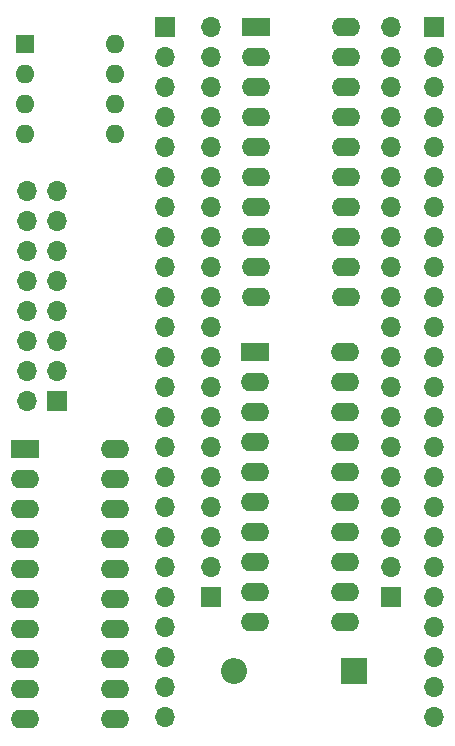
<source format=gbr>
%TF.GenerationSoftware,KiCad,Pcbnew,7.0.1*%
%TF.CreationDate,2023-05-30T14:24:39-07:00*%
%TF.ProjectId,tn_vdp_v1_fat,746e5f76-6470-45f7-9631-5f6661742e6b,rev?*%
%TF.SameCoordinates,Original*%
%TF.FileFunction,Soldermask,Top*%
%TF.FilePolarity,Negative*%
%FSLAX46Y46*%
G04 Gerber Fmt 4.6, Leading zero omitted, Abs format (unit mm)*
G04 Created by KiCad (PCBNEW 7.0.1) date 2023-05-30 14:24:39*
%MOMM*%
%LPD*%
G01*
G04 APERTURE LIST*
%ADD10R,2.400000X1.600000*%
%ADD11O,2.400000X1.600000*%
%ADD12R,1.700000X1.700000*%
%ADD13O,1.700000X1.700000*%
%ADD14R,1.600000X1.600000*%
%ADD15O,1.600000X1.600000*%
%ADD16R,2.200000X2.200000*%
%ADD17O,2.200000X2.200000*%
G04 APERTURE END LIST*
D10*
%TO.C,U3*%
X138811000Y-85852000D03*
D11*
X138811000Y-88392000D03*
X138811000Y-90932000D03*
X138811000Y-93472000D03*
X138811000Y-96012000D03*
X138811000Y-98552000D03*
X138811000Y-101092000D03*
X138811000Y-103632000D03*
X138811000Y-106172000D03*
X138811000Y-108712000D03*
X146431000Y-108712000D03*
X146431000Y-106172000D03*
X146431000Y-103632000D03*
X146431000Y-101092000D03*
X146431000Y-98552000D03*
X146431000Y-96012000D03*
X146431000Y-93472000D03*
X146431000Y-90932000D03*
X146431000Y-88392000D03*
X146431000Y-85852000D03*
%TD*%
D12*
%TO.C,J3*%
X150622000Y-50165000D03*
D13*
X150622000Y-52705000D03*
X150622000Y-55245000D03*
X150622000Y-57785000D03*
X150622000Y-60325000D03*
X150622000Y-62865000D03*
X150622000Y-65405000D03*
X150622000Y-67945000D03*
X150622000Y-70485000D03*
X150622000Y-73025000D03*
X150622000Y-75565000D03*
X150622000Y-78105000D03*
X150622000Y-80645000D03*
X150622000Y-83185000D03*
X150622000Y-85725000D03*
X150622000Y-88265000D03*
X150622000Y-90805000D03*
X150622000Y-93345000D03*
X150622000Y-95885000D03*
X150622000Y-98425000D03*
X150622000Y-100965000D03*
X150622000Y-103505000D03*
X150622000Y-106045000D03*
X150622000Y-108585000D03*
%TD*%
D14*
%TO.C,J5*%
X138811000Y-51562000D03*
D15*
X138811000Y-54102000D03*
X138811000Y-56642000D03*
X138811000Y-59182000D03*
X146431000Y-59182000D03*
X146431000Y-56642000D03*
X146431000Y-54102000D03*
X146431000Y-51562000D03*
%TD*%
D12*
%TO.C,J6*%
X141478000Y-81788000D03*
D13*
X138938000Y-81788000D03*
X141478000Y-79248000D03*
X138938000Y-79248000D03*
X141478000Y-76708000D03*
X138938000Y-76708000D03*
X141478000Y-74168000D03*
X138938000Y-74168000D03*
X141478000Y-71628000D03*
X138938000Y-71628000D03*
X141478000Y-69088000D03*
X138938000Y-69088000D03*
X141478000Y-66548000D03*
X138938000Y-66548000D03*
X141478000Y-64008000D03*
X138938000Y-64008000D03*
%TD*%
D12*
%TO.C,J4*%
X173438900Y-50165000D03*
D13*
X173438900Y-52705000D03*
X173438900Y-55245000D03*
X173438900Y-57785000D03*
X173438900Y-60325000D03*
X173438900Y-62865000D03*
X173438900Y-65405000D03*
X173438900Y-67945000D03*
X173438900Y-70485000D03*
X173438900Y-73025000D03*
X173438900Y-75565000D03*
X173438900Y-78105000D03*
X173438900Y-80645000D03*
X173438900Y-83185000D03*
X173438900Y-85725000D03*
X173438900Y-88265000D03*
X173438900Y-90805000D03*
X173438900Y-93345000D03*
X173438900Y-95885000D03*
X173438900Y-98425000D03*
X173438900Y-100965000D03*
X173438900Y-103505000D03*
X173438900Y-106045000D03*
X173438900Y-108585000D03*
%TD*%
D10*
%TO.C,U2*%
X158386700Y-50170000D03*
D11*
X158386700Y-52710000D03*
X158386700Y-55250000D03*
X158386700Y-57790000D03*
X158386700Y-60330000D03*
X158386700Y-62870000D03*
X158386700Y-65410000D03*
X158386700Y-67950000D03*
X158386700Y-70490000D03*
X158386700Y-73030000D03*
X166006700Y-73030000D03*
X166006700Y-70490000D03*
X166006700Y-67950000D03*
X166006700Y-65410000D03*
X166006700Y-62870000D03*
X166006700Y-60330000D03*
X166006700Y-57790000D03*
X166006700Y-55250000D03*
X166006700Y-52710000D03*
X166006700Y-50170000D03*
%TD*%
D16*
%TO.C,D1*%
X166624000Y-104648000D03*
D17*
X156464000Y-104648000D03*
%TD*%
D10*
%TO.C,U1*%
X158300500Y-77698600D03*
D11*
X158300500Y-80238600D03*
X158300500Y-82778600D03*
X158300500Y-85318600D03*
X158300500Y-87858600D03*
X158300500Y-90398600D03*
X158300500Y-92938600D03*
X158300500Y-95478600D03*
X158300500Y-98018600D03*
X158300500Y-100558600D03*
X165920500Y-100558600D03*
X165920500Y-98018600D03*
X165920500Y-95478600D03*
X165920500Y-92938600D03*
X165920500Y-90398600D03*
X165920500Y-87858600D03*
X165920500Y-85318600D03*
X165920500Y-82778600D03*
X165920500Y-80238600D03*
X165920500Y-77698600D03*
%TD*%
D12*
%TO.C,J2*%
X154566700Y-98420000D03*
D13*
X154566700Y-95880000D03*
X154566700Y-93340000D03*
X154566700Y-90800000D03*
X154566700Y-88260000D03*
X154566700Y-85720000D03*
X154566700Y-83180000D03*
X154566700Y-80640000D03*
X154566700Y-78100000D03*
X154566700Y-75560000D03*
X154566700Y-73020000D03*
X154566700Y-70480000D03*
X154566700Y-67940000D03*
X154566700Y-65400000D03*
X154566700Y-62860000D03*
X154566700Y-60320000D03*
X154566700Y-57780000D03*
X154566700Y-55240000D03*
X154566700Y-52700000D03*
X154566700Y-50160000D03*
%TD*%
D12*
%TO.C,J1*%
X169806700Y-98420000D03*
D13*
X169806700Y-95880000D03*
X169806700Y-93340000D03*
X169806700Y-90800000D03*
X169806700Y-88260000D03*
X169806700Y-85720000D03*
X169806700Y-83180000D03*
X169806700Y-80640000D03*
X169806700Y-78100000D03*
X169806700Y-75560000D03*
X169806700Y-73020000D03*
X169806700Y-70480000D03*
X169806700Y-67940000D03*
X169806700Y-65400000D03*
X169806700Y-62860000D03*
X169806700Y-60320000D03*
X169806700Y-57780000D03*
X169806700Y-55240000D03*
X169806700Y-52700000D03*
X169806700Y-50160000D03*
%TD*%
M02*

</source>
